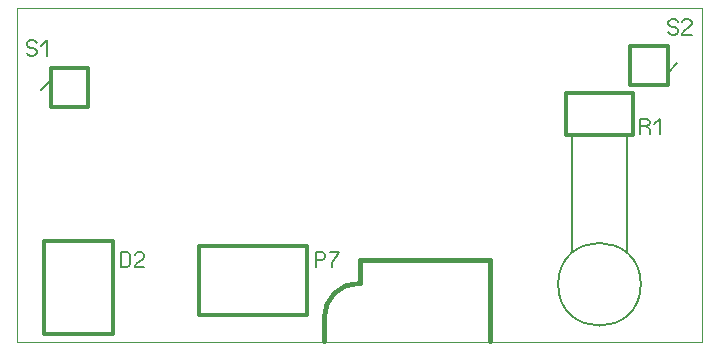
<source format=gbr>
%FSLAX34Y34*%
%MOMM*%
%LNCOPPER_BOTTOM*%
G71*
G01*
%ADD10C, 0.00*%
%ADD11C, 0.21*%
%ADD12C, 0.30*%
%ADD13C, 0.20*%
%ADD14C, 0.40*%
%ADD15C, 0.17*%
%LPD*%
G54D10*
X-580000Y283000D02*
X0Y283000D01*
X0Y0D01*
X-580000Y0D01*
X-580000Y283000D01*
G54D11*
X-557092Y85466D02*
X-557092Y85466D01*
G54D12*
X-110959Y211205D02*
X-58959Y211205D01*
X-58959Y175205D01*
X-110959Y175205D01*
X-114959Y175205D01*
X-114959Y211205D01*
X-109959Y211205D01*
G54D13*
G75*
G01X-51959Y49205D02*
G03X-51959Y49205I-35000J0D01*
G01*
G54D13*
X-109959Y175205D02*
X-109959Y76205D01*
G54D13*
X-63959Y174205D02*
X-63959Y77205D01*
G54D11*
X-58959Y211205D02*
X-58959Y211205D01*
G54D11*
X-58959Y175205D02*
X-58959Y175205D01*
G54D12*
X-28931Y251214D02*
X-28931Y218214D01*
X-60931Y218214D01*
X-60931Y251214D01*
X-28931Y251214D01*
G54D13*
X-28931Y220214D02*
X-28931Y228214D01*
X-20931Y236214D01*
G54D11*
X-28931Y251214D02*
X-28931Y251214D01*
G54D11*
X-28931Y218214D02*
X-28931Y218214D01*
G54D12*
X-551601Y198948D02*
X-551601Y231948D01*
X-519601Y231948D01*
X-519601Y198948D01*
X-551601Y198948D01*
G54D13*
X-551601Y229948D02*
X-551601Y221948D01*
X-559601Y213948D01*
G54D11*
X-551601Y231948D02*
X-551601Y231948D01*
G54D11*
X-551601Y198948D02*
X-551601Y198948D01*
G54D12*
X-499091Y7466D02*
X-499091Y85466D01*
X-557092Y85466D01*
X-557092Y7466D01*
X-499091Y7466D01*
G54D11*
X-499591Y57966D02*
X-499591Y57966D01*
G54D11*
X-499091Y85466D02*
X-499091Y85466D01*
G54D12*
X-335000Y82000D02*
X-426000Y82000D01*
X-426000Y23000D01*
X-335000Y23000D01*
X-335000Y82000D01*
G54D11*
X-378500Y82500D02*
X-378500Y82500D01*
G54D11*
X-426000Y82000D02*
X-426000Y82000D01*
G54D14*
X-180000Y70000D02*
X-180000Y1000D01*
X-180000Y70000D01*
X-290000Y70000D01*
X-290000Y50000D01*
G54D14*
X-320000Y1000D02*
X-320000Y21000D01*
G54D14*
G75*
G01X-291000Y50000D02*
G03X-320000Y21000I0J-29000D01*
G01*
G54D15*
X-48388Y182879D02*
X-45388Y181212D01*
X-44388Y179546D01*
X-44388Y176212D01*
G54D15*
X-52388Y176212D02*
X-52388Y189546D01*
X-47388Y189546D01*
X-45388Y188712D01*
X-44388Y187046D01*
X-44388Y185379D01*
X-45388Y183712D01*
X-47388Y182879D01*
X-52388Y182879D01*
G54D15*
X-40720Y184546D02*
X-35720Y189546D01*
X-35720Y176212D01*
G54D15*
X-571500Y245388D02*
X-570500Y243721D01*
X-568500Y242888D01*
X-566500Y242888D01*
X-564500Y243721D01*
X-563500Y245388D01*
X-563500Y247054D01*
X-564500Y248721D01*
X-566500Y249554D01*
X-568500Y249554D01*
X-570500Y250388D01*
X-571500Y252054D01*
X-571500Y253721D01*
X-570500Y255388D01*
X-568500Y256221D01*
X-566500Y256221D01*
X-564500Y255388D01*
X-563500Y253721D01*
G54D15*
X-559833Y251221D02*
X-554833Y256221D01*
X-554833Y242888D01*
G54D15*
X-28575Y262850D02*
X-27575Y261183D01*
X-25575Y260350D01*
X-23575Y260350D01*
X-21575Y261183D01*
X-20575Y262850D01*
X-20575Y264517D01*
X-21575Y266183D01*
X-23575Y267017D01*
X-25575Y267017D01*
X-27575Y267850D01*
X-28575Y269517D01*
X-28575Y271183D01*
X-27575Y272850D01*
X-25575Y273683D01*
X-23575Y273683D01*
X-21575Y272850D01*
X-20575Y271183D01*
G54D15*
X-8908Y260350D02*
X-16908Y260350D01*
X-16908Y261183D01*
X-15908Y262850D01*
X-9908Y267850D01*
X-8908Y269517D01*
X-8908Y271183D01*
X-9908Y272850D01*
X-11908Y273683D01*
X-13908Y273683D01*
X-15908Y272850D01*
X-16908Y271183D01*
G54D15*
X-492125Y63500D02*
X-492125Y76833D01*
X-487125Y76833D01*
X-485125Y76000D01*
X-484125Y74333D01*
X-484125Y66000D01*
X-485125Y64333D01*
X-487125Y63500D01*
X-492125Y63500D01*
G54D15*
X-472458Y63500D02*
X-480458Y63500D01*
X-480458Y64333D01*
X-479458Y66000D01*
X-473458Y71000D01*
X-472458Y72667D01*
X-472458Y74333D01*
X-473458Y76000D01*
X-475458Y76833D01*
X-477458Y76833D01*
X-479458Y76000D01*
X-480458Y74333D01*
G54D15*
X-327025Y63500D02*
X-327025Y76833D01*
X-322025Y76833D01*
X-320025Y76000D01*
X-319025Y74333D01*
X-319025Y72667D01*
X-320025Y71000D01*
X-322025Y70167D01*
X-327025Y70167D01*
G54D15*
X-315358Y76833D02*
X-307358Y76833D01*
X-308358Y75167D01*
X-310358Y72667D01*
X-312358Y69333D01*
X-313358Y66833D01*
X-313358Y63500D01*
M02*

</source>
